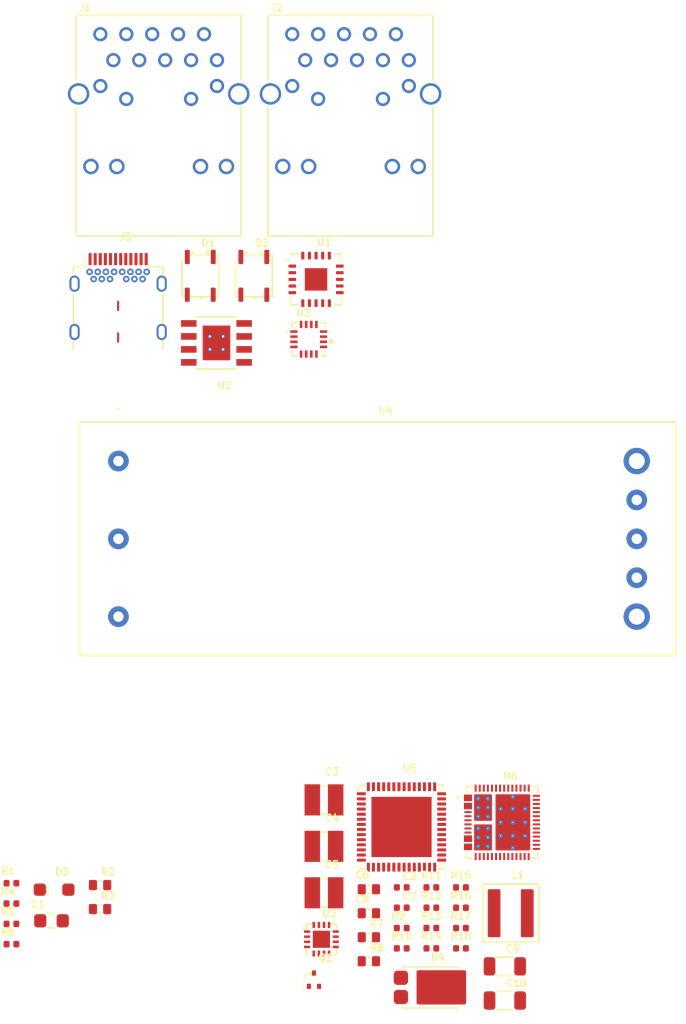
<source format=kicad_pcb>
(kicad_pcb (version 20221018) (generator pcbnew)
  (layers (0 "F.Cu" signal) (31 "B.Cu" signal) (34 "B.Paste" user) (35 "F.Paste" user) (36 "B.SilkS" user "B.Silkscreen") (37 "F.SilkS" user "F.Silkscreen") (38 "B.Mask" user) (39 "F.Mask" user) (44 "Edge.Cuts" user))
  (net 0 "")
  (net 1 "/VSS")
  (net 2 "/VDD")
  (net 3 "/POE.VC1")
  (net 4 "/POE.VC2")
  (net 5 "Net-(U1-DEN)")
  (net 6 "/POE.VC4")
  (net 7 "/POE.VC3")
  (net 8 "/P1")
  (net 9 "/P2")
  (net 10 "/P3")
  (net 11 "/P4")
  (net 12 "/P5")
  (net 13 "/P6")
  (net 14 "/P7")
  (net 15 "/P8")
  (net 16 "/P9")
  (net 17 "/P10")
  (net 22 "Net-(J1-SHIELD-Pad19)")
  (net 31 "Net-(J2-SHIELD-Pad19)")
  (net 32 "Net-(J3-GND-PadA1)")
  (net 35 "VBUS")
  (net 36 "/CC1")
  (net 44 "/CC2")
  (net 51 "/CLSA")
  (net 52 "/CLSB")
  (net 53 "Net-(U1-AMPS_CTL)")
  (net 54 "Net-(U1-MPS_DUTY)")
  (net 55 "Net-(U1-REF)")
  (net 56 "GND")
  (net 57 "Net-(U4-TRIM)")
  (net 58 "Net-(U2-EN)")
  (net 59 "Net-(U2-SS)")
  (net 61 "Net-(D4-C)")
  (net 62 "Net-(U2-BOOT)")
  (net 63 "Net-(C10-Pad2)")
  (net 72 "Net-(Q1-G)")
  (net 73 "GNDD")
  (net 74 "Net-(Q1-D)")
  (net 75 "Net-(U2-RT)")
  (net 76 "Net-(U1-PG)")
  (net 77 "Net-(U2-FB)")
  (net 78 "Net-(R14-Pad1)")
  (net 79 "Net-(R15-Pad1)")
  (net 96 "Net-(R16-Pad1)")
  (net 97 "Net-(R17-Pad1)")
  (net 116 "Net-(U5-V_{CORE}-Pad2)")
  (net 130 "Net-(U5-V_{CCIO}-Pad16)")
  (net 135 "Net-(U5-GND-Pad21)")
  (net 170 "Net-(U6C-DRAIN2-Pad52)")
  (net 171 "Net-(U6B-DRAIN1-Pad15)")
  (net 179 "Net-(U6A-GND-Pad20)")
  (footprint "antmicro-footprints:R_0402_1005Metric" (layer "F.Cu") (at 100.715 137.2)
    (fp_text reference "R6" (at -1.122484 -0.772697) (layer "F.SilkS") (effects (font (size 0.7 0.7)) (justify left bottom)))
    (fp_text value "R_49k9_0402")
    (pad "1" smd roundrect (at -0.48 0) (size 0.59 0.64) (layers "F.Cu" "F.Paste" "F.Mask") (net 1 "/VSS"))
    (pad "2" smd roundrect (at 0.48 0) (size 0.59 0.64) (layers "F.Cu" "F.Paste" "F.Mask") (net 55 "Net-(U1-REF)"))
  )
  (footprint "antmicro-footprints:L_MPS-MPL-AL5050" (layer "F.Cu") (at 149.645 134.169)
    (fp_text reference "L1" (at 0.01 -3.33) (layer "F.SilkS") (effects (font (size 0.7 0.7)) (justify left bottom)))
    (fp_text value "L_6u8_6.1A_MPS-MPL-AL5050")
    (pad "1" smd roundrect (at -1.625 0) (size 1.25 4.7) (layers "F.Cu" "F.Paste" "F.Mask") (roundrect_rratio 0.1) (net 61 "Net-(D4-C)"))
    (pad "2" smd roundrect (at 1.625 0) (size 1.25 4.7) (layers "F.Cu" "F.Paste" "F.Mask") (roundrect_rratio 0.1) (net 63 "Net-(C10-Pad2)"))
  )
  (footprint "antmicro-footprints:R_0402_1005Metric" (layer "F.Cu") (at 144.77 137.609)
    (fp_text reference "R18" (at -1.122484 -0.772697) (layer "F.SilkS") (effects (font (size 0.7 0.7)) (justify left bottom)))
    (fp_text value "R_17k4_0402")
    (pad "1" smd roundrect (at -0.48 0) (size 0.59 0.64) (layers "F.Cu" "F.Paste" "F.Mask") (net 56 "GND"))
    (pad "2" smd roundrect (at 0.48 0) (size 0.59 0.64) (layers "F.Cu" "F.Paste" "F.Mask") (net 97 "Net-(R17-Pad1)"))
  )
  (footprint "antmicro-footprints:R_0603_1608Metric" (layer "F.Cu") (at 135.745 136.519)
    (fp_text reference "R7" (at 0 -0.9) (layer "F.SilkS") (effects (font (size 0.7 0.7)) (justify left bottom)))
    (fp_text value "R_0R_0603")
    (pad "1" smd roundrect (at -0.7 0) (size 0.8 1) (layers "F.Cu" "F.Paste" "F.Mask") (roundrect_rratio 0.2) (net 58 "Net-(U2-EN)"))
    (pad "2" smd roundrect (at 0.7 0) (size 0.8 1) (layers "F.Cu" "F.Paste" "F.Mask") (roundrect_rratio 0.2) (net 57 "Net-(U4-TRIM)"))
  )
  (footprint "antmicro-footprints:R_0402_1005Metric" (layer "F.Cu") (at 144.77 133.629)
    (fp_text reference "R16" (at -1.122484 -0.772697) (layer "F.SilkS") (effects (font (size 0.7 0.7)) (justify left bottom)))
    (fp_text value "R_2k7_0402")
    (pad "1" smd roundrect (at -0.48 0) (size 0.59 0.64) (layers "F.Cu" "F.Paste" "F.Mask") (net 96 "Net-(R16-Pad1)"))
    (pad "2" smd roundrect (at 0.48 0) (size 0.59 0.64) (layers "F.Cu" "F.Paste" "F.Mask") (net 79 "Net-(R15-Pad1)"))
  )
  (footprint "antmicro-footprints:R_0603_1608Metric" (layer "F.Cu") (at 109.4 131.41)
    (fp_text reference "R2" (at 0 -0.9) (layer "F.SilkS") (effects (font (size 0.7 0.7)) (justify left bottom)))
    (fp_text value "R_63R4_0603")
    (pad "1" smd roundrect (at -0.7 0) (size 0.8 1) (layers "F.Cu" "F.Paste" "F.Mask") (roundrect_rratio 0.2) (net 1 "/VSS"))
    (pad "2" smd roundrect (at 0.7 0) (size 0.8 1) (layers "F.Cu" "F.Paste" "F.Mask") (roundrect_rratio 0.2) (net 51 "/CLSA"))
  )
  (footprint "antmicro-footprints:SOIC-8-1EP_3.9x4.9x1.75mm_P1.27mm_EP_vias" (layer "F.Cu") (at 120.81 78.31)
    (fp_text reference "U2" (at 0 4.58 unlocked) (layer "F.SilkS") (effects (font (size 0.7 0.7)) (justify left bottom)))
    (fp_text value "LV14540DDAR")
    (pad "1" smd rect (at -2.715 -1.905 90) (size 0.65 1.525) (layers "F.Cu" "F.Paste" "F.Mask") (net 62 "Net-(U2-BOOT)"))
    (pad "2" smd rect (at -2.715 -0.635 90) (size 0.65 1.525) (layers "F.Cu" "F.Paste" "F.Mask") (net 58 "Net-(U2-EN)"))
    (pad "3" smd rect (at -2.715 0.635 90) (size 0.65 1.525) (layers "F.Cu" "F.Paste" "F.Mask") (net 58 "Net-(U2-EN)"))
    (pad "4" smd rect (at -2.715 1.905 90) (size 0.65 1.525) (layers "F.Cu" "F.Paste" "F.Mask") (net 75 "Net-(U2-RT)"))
    (pad "5" smd rect (at 2.71 1.905 90) (size 0.65 1.525) (layers "F.Cu" "F.Paste" "F.Mask") (net 77 "Net-(U2-FB)"))
    (pad "6" smd rect (at 2.71 0.635 90) (size 0.65 1.525) (layers "F.Cu" "F.Paste" "F.Mask") (net 59 "Net-(U2-SS)"))
    (pad "7" smd rect (at 2.71 -0.635 90) (size 0.65 1.525) (layers "F.Cu" "F.Paste" "F.Mask") (net 56 "GND"))
    (pad "8" smd rect (at 2.71 -1.905 90) (size 0.65 1.525) (layers "F.Cu" "F.Paste" "F.Mask") (net 61 "Net-(D4-C)"))
    (pad "9" thru_hole circle (at -0.65 -0.635) (size 0.4 0.4) (drill 0.2) (layers "*.Cu" "*.Mask") (net 56 "GND"))
    (pad "9" thru_hole circle (at -0.65 0.635) (size 0.4 0.4) (drill 0.2) (layers "*.Cu" "*.Mask") (net 56 "GND"))
    (pad "9" smd rect (at 0 0) (size 2.71 3.4) (layers "F.Cu" "F.Paste" "F.Mask") (net 56 "GND"))
    (pad "9" thru_hole circle (at 0.65 -0.635) (size 0.4 0.4) (drill 0.2) (layers "*.Cu" "*.Mask") (net 56 "GND"))
    (pad "9" thru_hole circle (at 0.65 0.635) (size 0.4 0.4) (drill 0.2) (layers "*.Cu" "*.Mask") (net 56 "GND"))
  )
  (footprint "antmicro-footprints:R_0402_1005Metric" (layer "F.Cu") (at 141.87 133.629)
    (fp_text reference "R12" (at -1.122484 -0.772697) (layer "F.SilkS") (effects (font (size 0.7 0.7)) (justify left bottom)))
    (fp_text value "R_10k_0402")
    (pad "1" smd roundrect (at -0.48 0) (size 0.59 0.64) (layers "F.Cu" "F.Paste" "F.Mask") (net 72 "Net-(Q1-G)"))
    (pad "2" smd roundrect (at 0.48 0) (size 0.59 0.64) (layers "F.Cu" "F.Paste" "F.Mask") (net 76 "Net-(U1-PG)"))
  )
  (footprint "antmicro-footprints:C_0402_1005Metric" (layer "F.Cu") (at 138.97 131.639)
    (fp_text reference "C2" (at 0 -0.699) (layer "F.SilkS") (effects (font (size 0.7 0.7)) (justify left bottom)))
    (fp_text value "C_10n_50V_X7R_0402")
    (pad "1" smd roundrect (at -0.48 0) (size 0.59 0.64) (layers "F.Cu" "F.Paste" "F.Mask") (net 56 "GND"))
    (pad "2" smd roundrect (at 0.48 0) (size 0.59 0.64) (layers "F.Cu" "F.Paste" "F.Mask") (net 57 "Net-(U4-TRIM)"))
  )
  (footprint "antmicro-footprints:R_0402_1005Metric" (layer "F.Cu") (at 100.715 131.23)
    (fp_text reference "R1" (at -1.122484 -0.772697) (layer "F.SilkS") (effects (font (size 0.7 0.7)) (justify left bottom)))
    (fp_text value "R_24k9_0402")
    (pad "1" smd roundrect (at -0.48 0) (size 0.59 0.64) (layers "F.Cu" "F.Paste" "F.Mask") (net 2 "/VDD"))
    (pad "2" smd roundrect (at 0.48 0) (size 0.59 0.64) (layers "F.Cu" "F.Paste" "F.Mask") (net 5 "Net-(U1-DEN)"))
  )
  (footprint "antmicro-footprints:IC_TPS65987DDHRSHR" (layer "F.Cu") (at 148.809031 125.269)
    (fp_text reference "U6" (at 0 -4.1) (layer "F.SilkS") (effects (font (size 0.7 0.7)) (justify left bottom)))
    (fp_text value "TPS65988DHRSHR")
    (pad "1" smd roundrect (at -3.351 -2.4) (size 0.8 0.65) (layers "F.Cu") (roundrect_rratio 0.09))
    (pad "3" smd roundrect (at -3.351 -1.601) (size 0.8 0.65) (layers "F.Cu") (roundrect_rratio 0.09))
    (pad "5" smd roundrect (at -3.351 -1) (size 0.7 0.2) (layers "F.Cu" "F.Paste" "F.Mask"))
    (pad "6" smd roundrect (at -3.351 -0.6) (size 0.7 0.2) (layers "F.Cu" "F.Paste" "F.Mask"))
    (pad "7" smd roundrect (at -3.351 -0.202) (size 0.7 0.2) (layers "F.Cu" "F.Paste" "F.Mask") (net 170 "Net-(U6C-DRAIN2-Pad52)"))
    (pad "8" smd roundrect (at -3.351 0.2) (size 0.7 0.2) (layers "F.Cu" "F.Paste" "F.Mask") (net 171 "Net-(U6B-DRAIN1-Pad15)"))
    (pad "9" smd roundrect (at -3.351 0.598) (size 0.7 0.2) (layers "F.Cu" "F.Paste" "F.Mask"))
    (pad "10" smd roundrect (at -3.351 0.998) (size 0.7 0.2) (layers "F.Cu" "F.Paste" "F.Mask"))
    (pad "11" smd roundrect (at -3.351 1.6) (size 0.8 0.65) (layers "F.Cu") (roundrect_rratio 0.09))
    (pad "13" smd roundrect (at -3.351 2.398) (size 0.8 0.65) (layers "F.Cu") (roundrect_rratio 0.09))
    (pad "15" smd roundrect (at -2.601 3.35 90) (size 0.7 0.2) (layers "F.Cu" "F.Paste" "F.Mask") (net 171 "Net-(U6B-DRAIN1-Pad15)"))
    (pad "16" smd roundrect (at -2.202 3.35 90) (size 0.7 0.2) (layers "F.Cu" "F.Paste" "F.Mask"))
    (pad "17" smd roundrect (at -1.801 3.35 90) (size 0.7 0.2) (layers "F.Cu" "F.Paste" "F.Mask"))
    (pad "18" smd roundrect (at -1.401 3.35 90) (size 0.7 0.2) (layers "F.Cu" "F.Paste" "F.Mask"))
    (pad "19" smd roundrect (at -1 3.35 90) (size 0.7 0.2) (layers "F.Cu" "F.Paste" "F.Mask") (net 171 "Net-(U6B-DRAIN1-Pad15)"))
    (pad "20" smd roundrect (at -0.6 3.35 90) (size 0.7 0.2) (layers "F.Cu" "F.Paste" "F.Mask") (net 179 "Net-(U6A-GND-Pad20)"))
    (pad "21" smd roundrect (at -0.202 3.35 90) (size 0.7 0.2) (layers "F.Cu" "F.Paste" "F.Mask"))
    (pad "22" smd roundrect (at 0.2 3.35 90) (size 0.7 0.2) (layers "F.Cu" "F.Paste" "F.Mask"))
    (pad "23" smd roundrect (at 0.598 3.35 90) (size 0.7 0.2) (layers "F.Cu" "F.Paste" "F.Mask"))
    (pad "24" smd roundrect (at 0.998 3.35 90) (size 0.7 0.2) (layers "F.Cu" "F.Paste" "F.Mask"))
    (pad "25" smd roundrect (at 1.398 3.35 90) (size 0.7 0.2) (layers "F.Cu" "F.Paste" "F.Mask"))
    (pad "26" smd roundrect (at 1.8 3.35 90) (size 0.7 0.2) (layers "F.Cu" "F.Paste" "F.Mask"))
    (pad "27" smd roundrect (at 2.2 3.35 90) (size 0.7 0.2) (layers "F.Cu" "F.Paste" "F.Mask"))
    (pad "28" smd roundrect (at 2.6 3.35 90) (size 0.7 0.2) (layers "F.Cu" "F.Paste" "F.Mask"))
    (pad "29" smd roundrect (at 3.35 2.6) (size 0.7 0.2) (layers "F.Cu" "F.Paste" "F.Mask"))
    (pad "30" smd roundrect (at 3.35 2.2) (size 0.7 0.2) (layers "F.Cu" "F.Paste" "F.Mask"))
    (pad "31" smd roundrect (at 3.35 1.8) (size 0.7 0.2) (layers "F.Cu" "F.Paste" "F.Mask"))
    (pad "32" smd roundrect (at 3.35 1.398) (size 0.7 0.2) (layers "F.Cu" "F.Paste" "F.Mask"))
    (pad "33" smd roundrect (at 3.35 0.998) (size 0.7 0.2) (layers "F.Cu" "F.Paste" "F.Mask"))
    (pad "34" smd roundrect (at 3.35 0.598) (size 0.7 0.2) (layers "F.Cu" "F.Paste" "F.Mask"))
    (pad "35" smd roundrect (at 3.35 0.2) (size 0.7 0.2) (layers "F.Cu" "F.Paste" "F.Mask"))
    (pad "36" smd roundrect (at 3.35 -0.202) (size 0.7 0.2) (layers "F.Cu" "F.Paste" "F.Mask"))
    (pad "37" smd roundrect (at 3.35 -0.6) (size 0.7 0.2) (layers "F.Cu" "F.Paste" "F.Mask"))
    (pad "38" smd roundrect (at 3.35 -1) (size 0.7 0.2) (layers "F.Cu" "F.Paste" "F.Mask"))
    (pad "39" smd roundrect (at 3.35 -1.401) (size 0.7 0.2) (layers "F.Cu" "F.Paste" "F.Mask"))
    (pad "40" smd roundrect (at 3.35 -1.801) (size 0.7 0.2) (layers "F.Cu" "F.Paste" "F.Mask"))
    (pad "41" smd roundrect (at 3.35 -2.202) (size 0.7 0.2) (layers "F.Cu" "F.Paste" "F.Mask"))
    (pad "42" smd roundrect (at 3.35 -2.601) (size 0.7 0.2) (layers "F.Cu" "F.Paste" "F.Mask"))
    (pad "43" smd roundrect (at 2.6 -3.351 90) (size 0.7 0.2) (layers "F.Cu" "F.Paste" "F.Mask"))
    (pad "44" smd roundrect (at 2.2 -3.351 90) (size 0.7 0.2) (layers "F.Cu" "F.Paste" "F.Mask"))
    (pad "45" smd roundrect (at 1.8 -3.351 90) (size 0.7 0.2) (layers "F.Cu" "F.Paste" "F.Mask"))
    (pad "46" smd roundrect (at 1.398 -3.351 90) (size 0.7 0.2) (layers "F.Cu" "F.Paste" "F.Mask"))
    (pad "47" smd roundrect (at 0.998 -3.351 90) (size 0.7 0.2) (layers "F.Cu" "F.Paste" "F.Mask"))
    (pad "48" smd roundrect (at 0.598 -3.351 90) (size 0.7 0.2) (layers "F.Cu" "F.Paste" "F.Mask"))
    (pad "49" smd roundrect (at 0.2 -3.351 90) (size 0.7 0.2) (layers "F.Cu" "F.Paste" "F.Mask"))
    (pad "50" smd roundrect (at -0.202 -3.351 90) (size 0.7 0.2) (layers "F.Cu" "F.Paste" "F.Mask"))
    (pad "51" smd roundrect (at -0.6 -3.351 90) (size 0.7 0.2) (layers "F.Cu" "F.Paste" "F.Mask") (net 179 "Net-(U6A-GND-Pad20)"))
    (pad "52" smd roundrect (at -1 -3.351 90) (size 0.7 0.2) (layers "F.Cu" "F.Paste" "F.Mask") (net 170 "Net-(U6C-DRAIN2-Pad52)"))
    (pad "53" smd roundrect (at -1.401 -3.351 90) (size 0.7 0.2) (layers "F.Cu" "F.Paste" "F.Mask"))
    (pad "54" smd roundrect (at -1.801 -3.351 90) (size 0.7 0.2) (layers "F.Cu" "F.Paste" "F.Mask"))
    (pad "55" smd roundrect (at -2.202 -3.351 90) (size 0.7 0.2) (layers "F.Cu" "F.Paste" "F.Mask"))
    (pad "56" smd roundrect (at -2.601 -3.351 90) (size 0.7 0.2) (layers "F.Cu" "F.Paste" "F.Mask") (net 170 "Net-(U6C-DRAIN2-Pad52)"))
    (pad "57" thru_hole circle (at -2.351 -2.327) (size 0.45 0.45) (drill 0.1) (layers "*.Cu") (net 170 "Net-(U6C-DRAIN2-Pad52)"))
    (pad "57" thru_hole circle (at -2.351 -1.45) (size 0.45 0.45) (drill 0.1) (layers "*.Cu") (net 170 "Net-(U6C-DRAIN2-Pad52)"))
    (pad "57" thru_hole circle (at -2.351 -0.576) (size 0.45 0.45) (drill 0.1) (layers "*.Cu") (net 170 "Net-(U6C-DRAIN2-Pad52)"))
    (pad "57" smd roundrect (at -1.875 -1.45 90) (size 2.6 1.75) (layers "F.Cu" "F.Mask") (roundrect_rratio 0.05714285714) (net 170 "Net-(U6C-DRAIN2-Pad52)"))
    (pad "57" thru_hole circle (at -1.401 -2.327) (size 0.45 0.45) (drill 0.1) (layers "*.Cu") (net 170 "Net-(U6C-DRAIN2-Pad52)"))
    (pad "57" thru_hole circle (at -1.401 -1.45) (size 0.45 0.45) (drill 0.1) (layers "*.Cu") (net 170 "Net-(U6C-DRAIN2-Pad52)"))
    (pad "57" thru_hole circle (at -1.401 -0.577) (size 0.45 0.45) (drill 0.1) (layers "*.Cu") (net 170 "Net-(U6C-DRAIN2-Pad52)"))
    (pad "58" thru_hole circle (at -2.351 0.598) (size 0.45 0.45) (drill 0.1) (layers "*.Cu") (net 171 "Net-(U6B-DRAIN1-Pad15)"))
    (pad "58" thru_hole circle (at -2.351 1.475) (size 0.45 0.45) (drill 0.1) (layers "*.Cu") (net 171 "Net-(U6B-DRAIN1-Pad15)"))
    (pad "58" thru_hole circle (at -2.351 2.35) (size 0.45 0.45) (drill 0.1) (layers "*.Cu") (net 171 "Net-(U6B-DRAIN1-Pad15)"))
    (pad "58" smd roundrect (at -1.875 1.475 90) (size 2.55 1.75) (layers "F.Cu" "F.Mask") (roundrect_rratio 0.05714285714) (net 171 "Net-(U6B-DRAIN1-Pad15)"))
    (pad "58" thru_hole circle (at -1.401 0.598) (size 0.45 0.45) (drill 0.1) (layers "*.Cu") (net 171 "Net-(U6B-DRAIN1-Pad15)"))
    (pad "58" thru_hole circle (at -1.401 1.475) (size 0.45 0.45) (drill 0.1) (layers "*.Cu") (net 171 "Net-(U6B-DRAIN1-Pad15)"))
    (pad "58" thru_hole circle (at -1.401 2.349) (size 0.45 0.45) (drill 0.1) (layers "*.Cu") (net 171 "Net-(U6B-DRAIN1-Pad15)"))
    (pad "59" thru_hole circle (at -0.152 1.322) (size 0.45 0.45) (drill 0.1) (layers "*.Cu"))
    (pad "59" thru_hole circle (at -0.15 -1.321) (size 0.45 0.45) (drill 0.1) (layers "*.Cu"))
    (pad "59" thru_hole circle (at -0.15 0) (size 0.45 0.45) (drill 0.1) (layers "*.Cu"))
    (pad "59" thru_hole circle (at 1.048 -2.504) (size 0.45 0.45) (drill 0.1) (layers "*.Cu"))
    (pad "59" thru_hole circle (at 1.048 -1.327) (size 0.45 0.45) (drill 0.1) (layers "*.Cu"))
    (pad "59" thru_hole circle (at 1.048 1.322) (size 0.45 0.45) (drill 0.1) (layers "*.Cu"))
    (pad "59" thru_hole circle (at 1.048 2.496) (size 0.45 0.45) (drill 0.1) (layers "*.Cu"))
    (pad "59" thru_hole circle (at 1.05 0) (size 0.45 0.45) (drill 0.1) (layers "*.Cu"))
    (pad "59" smd roundrect (at 1.05 0 90) (size 5.5 3.4) (layers "F.Cu" "F.Mask") (roundrect_rratio 0.02941176471))
    (pad "59" thru_hole circle (at 2.248 -1.327) (size 0.45 0.45) (drill 0.1) (layers "*.Cu"))
    (pad "59" thru_hole circle (at 2.248 -0.001) (size 0.45 0.45) (drill 0.1) (layers "*.Cu"))
    (pad "59" thru_hole circle (at 2.248 1.322) (size 0.45 0.45) (drill 0.1) (layers "*.Cu"))
  )
  (footprint "antmicro-footprints:R_0603_1608Metric" (layer "F.Cu") (at 109.4 133.76)
    (fp_text reference "R3" (at 0 -0.9) (layer "F.SilkS") (effects (font (size 0.7 0.7)) (justify left bottom)))
    (fp_text value "R_90R9_0603")
    (pad "1" smd roundrect (at -0.7 0) (size 0.8 1) (layers "F.Cu" "F.Paste" "F.Mask") (roundrect_rratio 0.2) (net 1 "/VSS"))
    (pad "2" smd roundrect (at 0.7 0) (size 0.8 1) (layers "F.Cu" "F.Paste" "F.Mask") (roundrect_rratio 0.2) (net 52 "/CLSB"))
  )
  (footprint "antmicro-footprints:VQFN-16-1EP_3x3mm_P0.5mm_EP1.68x1.68mm" (layer "F.Cu") (at 131.095 136.719)
    (fp_text reference "U3" (at 0 -2.1) (layer "F.SilkS") (effects (font (size 0.7 0.7)) (justify left bottom)))
    (fp_text value "INA230AIRGTR")
    (pad "1" smd roundrect (at -1.4 -0.75) (size 0.6 0.25) (layers "F.Cu" "F.Paste" "F.Mask") (roundrect_rratio 0.2))
    (pad "2" smd roundrect (at -1.4 -0.25) (size 0.6 0.25) (layers "F.Cu" "F.Paste" "F.Mask") (roundrect_rratio 0.2))
    (pad "3" smd roundrect (at -1.4 0.25) (size 0.6 0.25) (layers "F.Cu" "F.Paste" "F.Mask") (roundrect_rratio 0.2))
    (pad "4" smd roundrect (at -1.4 0.75) (size 0.6 0.25) (layers "F.Cu" "F.Paste" "F.Mask") (roundrect_rratio 0.2))
    (pad "5" smd roundrect (at -0.75 1.4 90) (size 0.6 0.25) (layers "F.Cu" "F.Paste" "F.Mask") (roundrect_rratio 0.2))
    (pad "6" smd roundrect (at -0.25 1.4 90) (size 0.6 0.25) (layers "F.Cu" "F.Paste" "F.Mask") (roundrect_rratio 0.2))
    (pad "7" smd roundrect (at 0.25 1.4 90) (size 0.6 0.25) (layers "F.Cu" "F.Paste" "F.Mask") (roundrect_rratio 0.2))
    (pad "8" smd roundrect (at 0.75 1.4 90) (size 0.6 0.25) (layers "F.Cu" "F.Paste" "F.Mask") (roundrect_rratio 0.2))
    (pad "9" smd roundrect (at 1.4 0.75 180) (size 0.6 0.25) (layers "F.Cu" "F.Paste" "F.Mask") (roundrect_rratio 0.2))
    (pad "10" smd roundrect (at 1.4 0.25 180) (size 0.6 0.25) (layers "F.Cu" "F.Paste" "F.Mask") (roundrect_rratio 0.2))
    (pad "11" smd roundrect (at 1.4 -0.25 180) (size 0.6 0.25) (layers "F.Cu" "F.Paste" "F.Mask") (roundrect_rratio 0.2))
    (pad "12" smd roundrect (at 1.4 -0.75 180) (size 0.6 0.25) (layers "F.Cu" "F.Paste" "F.Mask") (roundrect_rratio 0.2))
    (pad "13" smd roundrect (at 0.75 -1.4 270) (size 0.6 0.25) (layers "F.Cu" "F.Paste" "F.Mask") (roundrect_rratio 0.2))
    (pad "14" smd roundrect (at 0.25 -1.4 270) (size 0.6 0.25) (layers "F.Cu" "F.Paste" "F.Mask") (roundrect_rratio 0.2))
    (pad "15" smd roundrect (at -0.25 -1.4 270) (size 0.6 0.25) (layers "F.Cu" "F.Paste" "F.Mask") (roundrect_rratio 0.2))
    (pad "16" smd roundrect (at -0.75 -1.4 270) (size 0.6 0.25) (layers "F.Cu" "F.Paste" "F.Mask") (roundrect_rratio 0.2))
    (pad "17" smd roundrect (at 0 0) (size 1.68 1.68) (layers "F.Cu" "F.Paste" "F.Mask") (roundrect_rratio 0.02976190476))
  )
  (footprint "antmicro-footprints:R_0402_1005Metric" (layer "F.Cu") (at 144.77 135.619)
    (fp_text reference "R17" (at -1.122484 -0.772697) (layer "F.SilkS") (effects (font (size 0.7 0.7)) (justify left bottom)))
    (fp_text value "R_4k7_0402")
    (pad "1" smd roundrect (at -0.48 0) (size 0.59 0.64) (layers "F.Cu" "F.Paste" "F.Mask") (net 97 "Net-(R17-Pad1)"))
    (pad "2" smd roundrect (at 0.48 0) (size 0.59 0.64) (layers "F.Cu" "F.Paste" "F.Mask") (net 96 "Net-(R16-Pad1)"))
  )
  (footprint "antmicro-footprints:R_0402_1005Metric" (layer "F.Cu") (at 141.87 137.609)
    (fp_text reference "R14" (at -1.122484 -0.772697) (layer "F.SilkS") (effects (font (size 0.7 0.7)) (justify left bottom)))
    (fp_text value "R_7k68_0402")
    (pad "1" smd roundrect (at -0.48 0) (size 0.59 0.64) (layers "F.Cu" "F.Paste" "F.Mask") (net 78 "Net-(R14-Pad1)"))
    (pad "2" smd roundrect (at 0.48 0) (size 0.59 0.64) (layers "F.Cu" "F.Paste" "F.Mask") (net 77 "Net-(U2-FB)"))
  )
  (footprint "antmicro-footprints:C_1206_3216Metric" (layer "F.Cu") (at 149.07 142.719)
    (fp_text reference "C10" (at 0 -1.299) (layer "F.SilkS") (effects (font (size 0.7 0.7)) (justify left bottom)))
    (fp_text value "C_47u_25V_1206")
    (pad "1" smd roundrect (at -1.5 0.001) (size 1.15 1.8) (layers "F.Cu" "F.Paste" "F.Mask") (net 56 "GND"))
    (pad "2" smd roundrect (at 1.5 0.001) (size 1.15 1.8) (layers "F.Cu" "F.Paste" "F.Mask") (net 63 "Net-(C10-Pad2)"))
  )
  (footprint "antmicro-footprints:DFN3538" (layer "F.Cu") (at 124.47 71.74)
    (fp_text reference "D2" (at 0 -2.8 unlocked) (layer "F.SilkS") (effects (font (size 0.7 0.7)) (justify left bottom)))
    (fp_text value "CD-MMBL110S")
    (fp_text user "~" (at -0.31 2.59 unlocked) (layer "F.SilkS") (effects (font (size 0.7 0.7)) (justify left bottom)))
    (pad "1" smd roundrect (at -1.27 -1.85 90) (size 1.4 0.48) (layers "F.Cu" "F.Paste" "F.Mask") (net 1 "/VSS"))
    (pad "2" smd roundrect (at 1.27 -1.85 90) (size 1.4 0.48) (layers "F.Cu" "F.Paste" "F.Mask") (net 2 "/VDD"))
    (pad "3" smd roundrect (at -1.27 1.85 90) (size 1.4 0.48) (layers "F.Cu" "F.Paste" "F.Mask") (net 6 "/POE.VC4"))
    (pad "4" smd roundrect (at 1.27 1.85 90) (size 1.4 0.48) (layers "F.Cu" "F.Paste" "F.Mask") (net 7 "/POE.VC3"))
  )
  (footprint "antmicro-footprints:C_1210_3225Metric" (layer "F.Cu") (at 131.345 132.169)
    (fp_text reference "C5" (at 0 -2.351) (layer "F.SilkS") (effects (font (size 0.7 0.7)) (justify left bottom)))
    (fp_text value "C_2u2_1210")
    (pad "1" smd rect (at -1.145 0) (size 1.52 3.05) (layers "F.Cu" "F.Paste" "F.Mask") (net 56 "GND"))
    (pad "2" smd rect (at 1.145 0) (size 1.52 3.05) (layers "F.Cu" "F.Paste" "F.Mask") (net 58 "Net-(U2-EN)"))
  )
  (footprint "antmicro-footprints:C_0603_1608Metric" (layer "F.Cu") (at 135.745 134.169)
    (fp_text reference "C8" (at -1.42757 -1.000252) (layer "F.SilkS") (effects (font (size 0.7 0.7)) (justify left bottom)))
    (fp_text value "C_100n_100V_X7R_0603")
    (pad "1" smd roundrect (at -0.7 0) (size 0.8 1) (layers "F.Cu" "F.Paste" "F.Mask") (roundrect_rratio 0.2) (net 61 "Net-(D4-C)"))
    (pad "2" smd roundrect (at 0.7 0) (size 0.8 1) (layers "F.Cu" "F.Paste" "F.Mask") (roundrect_rratio 0.2) (net 62 "Net-(U2-BOOT)"))
  )
  (footprint "antmicro-footprints:R_0402_1005Metric" (layer "F.Cu") (at 141.87 131.639)
    (fp_text reference "R11" (at -1.122484 -0.772697) (layer "F.SilkS") (effects (font (size 0.7 0.7)) (justify left bottom)))
    (fp_text value "R_100k_0402")
    (pad "1" smd roundrect (at -0.48 0) (size 0.59 0.64) (layers "F.Cu" "F.Paste" "F.Mask") (net 73 "GNDD"))
    (pad "2" smd roundrect (at 0.48 0) (size 0.59 0.64) (layers "F.Cu" "F.Paste" "F.Mask") (net 72 "Net-(Q1-G)"))
  )
  (footprint "antmicro-footprints:RJ45_X-2337992-8_Horizontal" (layer "F.Cu") (at 128.2341 48.075)
    (fp_text reference "J2" (at -2.2 -2.2) (layer "F.SilkS") (effects (font (size 0.7 0.7)) (justify left bottom)))
    (fp_text value "Bus_RJ45_5-2337992-8")
    (pad "" np_thru_hole circle (at 0 8.9) (size 3.25 3.25) (drill 3.25) (layers "*.Cu" "*.Mask"))
    (pad "" np_thru_hole circle (at 11.429 8.9) (size 3.25 3.25) (drill 3.25) (layers "*.Cu" "*.Mask"))
    (pad "1" thru_hole circle (at 0 0) (size 1.397 1.397) (drill 0.889) (layers "*.Cu" "*.Mask") (net 8 "/P1"))
    (pad "2" thru_hole circle (at 1.269 2.539) (size 1.397 1.397) (drill 0.889) (layers "*.Cu" "*.Mask") (net 9 "/P2"))
    (pad "3" thru_hole circle (at 2.539 0) (size 1.397 1.397) (drill 0.889) (layers "*.Cu" "*.Mask") (net 10 "/P3"))
    (pad "4" thru_hole circle (at 3.809 2.539) (size 1.397 1.397) (drill 0.889) (layers "*.Cu" "*.Mask") (net 11 "/P4"))
    (pad "5" thru_hole circle (at 5.078 0) (size 1.397 1.397) (drill 0.889) (layers "*.Cu" "*.Mask") (net 12 "/P5"))
    (pad "6" thru_hole circle (at 6.349 2.539) (size 1.397 1.397) (drill 0.889) (layers "*.Cu" "*.Mask") (net 13 "/P6"))
    (pad "7" thru_hole circle (at 7.618 0) (size 1.397 1.397) (drill 0.889) (layers "*.Cu" "*.Mask") (net 14 "/P7"))
    (pad "8" thru_hole circle (at 8.89 2.539) (size 1.397 1.397) (drill 0.889) (layers "*.Cu" "*.Mask") (net 15 "/P8"))
    (pad "9" thru_hole circle (at 10.159 0) (size 1.397 1.397) (drill 0.889) (layers "*.Cu" "*.Mask") (net 16 "/P9"))
    (pad "10" thru_hole circle (at 11.429 2.539) (size 1.397 1.397) (drill 0.889) (layers "*.Cu" "*.Mask") (net 17 "/P10"))
    (pad "11" thru_hole circle (at 0 5.078) (size 1.397 1.397) (drill 0.889) (layers "*.Cu" "*.Mask"))
    (pad "12" thru_hole circle (at 2.539 6.339) (size 1.397 1.397) (drill 0.889) (layers "*.Cu" "*.Mask"))
    (pad "13" thru_hole circle (at 8.89 6.339) (size 1.397 1.397) (drill 0.889) (layers "*.Cu" "*.Mask"))
    (pad "14" thru_hole circle (at 11.429 5.07) (size 1.397 1.397) (drill 0.889) (layers "*.Cu" "*.Mask"))
    (pad "15" thru_hole circle (at -0.927 12.958) (size 1.524 1.524) (drill 1.016) (layers "*.Cu" "*.Mask"))
    (pad "16" thru_hole circle (at 1.614 12.958) (size 1.524 1.524) (drill 1.016) (layers "*.Cu" "*.Mask"))
    (pad "17" thru_hole circle (at 9.814 12.958) (size 1.524 1.524) (drill 1.016) (layers "*.Cu" "*.Mask"))
    (pad "18" thru_hole circle (at 12.355 12.958) (size 1.524 1.524) (drill 1.016) (layers "*.Cu" "*.Mask"))
    (pad "19" thru_hole circle (at -2.136 5.85) (size 2.1 2.1) (drill 1.6) (layers "*.Cu" "*.Mask") (net 31 "Net-(J2-SHIELD-Pad19)"))
    (pad "20" thru_hole circle (at 13.563 5.85) (size 2.1082 2.1082) (drill 1.6002) (layers "*.Cu" "*.Mask") (net 31 "Net-(J2-SHIELD-Pad19)"))
  )
  (footprint "antmicro-footprints:C_1210_3225Metric" (layer "F.Cu") (at 131.345 123.069)
    (fp_text reference "C3" (at 0 -2.351) (layer "F.SilkS") (effects (font (size 0.7 0.7)) (justify left bottom)))
    (fp_text value "C_4u7_1210_100V")
    (pad "1" smd rect (at -1.145 0) (size 1.52 3.05) (layers "F.Cu" "F.Paste" "F.Mask") (net 56 "GND"))
    (pad "2" smd rect (at 1.145 0) (size 1.52 3.05) (layers "F.Cu" "F.Paste" "F.Mask") (net 58 "Net-(U2-EN)"))
  )
  (footprint "antmicro-footprints:R_0402_1005Metric" (layer "F.Cu") (at 144.77 131.639)
    (fp_text reference "R15" (at -1.122484 -0.772697) (layer "F.SilkS") (effects (font (size 0.7 0.7)) (justify left bottom)))
    (fp_text value "R_2k7_0402")
    (pad "1" smd roundrect (at -0.48 0) (size 0.59 0.64) (layers "F.Cu" "F.Paste" "F.Mask") (net 79 "Net-(R15-Pad1)"))
    (pad "2" smd roundrect (at 0.48 0) (size 0.59 0.64) (layers "F.Cu" "F.Paste" "F.Mask") (net 78 "Net-(R14-Pad1)"))
  )
  (footprint "antmicro-footprints:QFN-16_3x3mm_P0.5mm" (layer "F.Cu") (at 129.85 77.95)
    (fp_text reference "U3" (at -1.3 -2.15 unlocked) (layer "F.SilkS") (effects (font (size 0.7 0.7)) (justify left bottom)))
    (fp_text value "STUSB4710AQ1TR")
    (pad "1" smd rect (at -1.45 -0.75 90) (size 0.254 0.7112) (layers "F.Cu" "F.Paste" "F.Mask"))
    (pad "2" smd rect (at -1.45 -0.25 90) (size 0.254 0.7112) (layers "F.Cu" "F.Paste" "F.Mask"))
    (pad "3" smd rect (at -1.45 0.25 90) (size 0.254 0.7112) (layers "F.Cu" "F.Paste" "F.Mask"))
    (pad "4" smd rect (at -1.45 0.75 90) (size 0.254 0.7112) (layers "F.Cu" "F.Paste" "F.Mask"))
    (pad "5" smd rect (at -0.75 1.45) (size 0.254 0.7112) (layers "F.Cu" "F.Paste" "F.Mask"))
    (pad "6" smd rect (at -0.25 1.45) (size 0.254 0.7112) (layers "F.Cu" "F.Paste" "F.Mask"))
    (pad "7" smd rect (at 0.25 1.45) (size 0.254 0.7112) (layers "F.Cu" "F.Paste" "F.Mask"))
    (pad "8" smd rect (at 0.75 1.45) (size 0.254 0.7112) (layers "F.Cu" "F.Paste" "F.Mask"))
    (pad "9" smd rect (at 1.45 0.75 90) (size 0.254 0.7112) (layers "F.Cu" "F.Paste" "F.Mask"))
    (pad "10" smd rect (at 1.45 0.25 90) (size 0.254 0.7112) (layers "F.Cu" "F.Paste" "F.Mask"))
    (pad "11" smd rect (at 1.45 -0.25 90) (size 0.254 0.7112) (layers "F.Cu" "F.Paste" "F.Mask"))
    (pad "12" smd rect (at 1.45 -0.75 90) (size 0.254 0.7112) (layers "F.Cu" "F.Paste" "F.Mask"))
    (pad "13" smd rect (at 0.75 -1.45) (size 0.254 0.7112) (layers "F.Cu" "F.Paste" "F.Mask"))
    (pad "14" smd rect (at 0.25 -1.45) (size 0.254 0.7112) (layers "F.Cu" "F.Paste" "F.Mask"))
    (pad "15" smd rect (at -0.25 -1.45) (size 0.254 0.7112) (layers "F.Cu" "F.Paste" "F.Mask"))
    (pad "16" smd rect (at -0.75 -1.45) (size 0.254 0.7112) (layers "F.Cu" "F.Paste" "F.Mask"))
  )
  (footprint "antmicro-footprints:IEA48003A280V-001-R" (layer "F.Cu") (at 111.2 89.88)
    (fp_text reference "U4" (at 25.4 -4.572 unlocked) (layer "F.SilkS") (effects (font (size 0.7 0.7)) (justify left bottom)))
    (fp_text value "IEA48003A280V-001-R")
    (pad "1" thru_hole circle (at 0 0) (size 2.03 2.03) (drill 1.02) (layers "*.Cu" "*.Mask") (net 2 "/VDD"))
    (pad "2" thru_hole circle (at 0 7.62) (size 2.03 2.03) (drill 1.02) (layers "*.Cu" "*.Mask") (net 74 "Net-(Q1-D)"))
    (pad "3" thru_hole circle (at 0 15.24) (size 2.03 2.03) (drill 1.02) (layers "*.Cu" "*.Mask") (net 73 "GNDD"))
    (pad "4" thru_hole circle (at 50.8 15.24) (size 2.59 2.59) (drill 1.57) (layers "*.Cu" "*.Mask") (net 56 "GND"))
    (pad "5" thru_hole circle (at 50.8 11.43) (size 2.03 2.03) (drill 1.02) (layers "*.Cu" "*.Mask") (net 56 "GND"))
    (pad "6" thru_hole circle (at 50.8 7.62) (size 2.03 2.03) (drill 1.02) (layers "*.Cu" "*.Mask") (net 57 "Net-(U4-TRIM)"))
    (pad "7" thru_hole circle (at 50.8 3.81) (size 2.03 2.03) (drill 1.02) (layers "*.Cu" "*.Mask") (net 58 "Net-(U2-EN)"))
    (pad "8" thru_hole circle (at 50.8 0) (size 2.59 2.59) (drill 1.57) (layers "*.Cu" "*.Mask") (net 58 "Net-(U2-EN)"))
  )
  (footprint "antmicro-footprints:DFN3538" (layer "F.Cu") (at 119.22 71.74)
    (fp_text reference "D1" (at 0 -2.8 unlocked) (layer "F.SilkS") (effects (font (size 0.7 0.7)) (justify left bottom)))
    (fp_text value "CD-MMBL110S")
    (fp_text user "~" (at -0.31 2.59 unlocked) (layer "F.SilkS") (effects (font (size 0.7 0.7)) (justify left bottom)))
    (pad "1" smd roundrect (at -1.27 -1.85 90) (size 1.4 0.48) (layers "F.Cu" "F.Paste" "F.Mask") (net 1 "/VSS"))
    (pad "2" smd roundrect (at 1.27 -1.85 90) (size 1.4 0.48) (layers "F.Cu" "F.Paste" "F.Mask") (net 2 "/VDD"))
    (pad "3" smd roundrect (at -1.27 1.85 90) (size 1.4 0.48) (layers "F.Cu" "F.Paste" "F.Mask") (net 3 "/POE.VC1"))
    (pad "4" smd roundrect (at 1.27 1.85 90) (size 1.4 0.48) (layers "F.Cu" "F.Paste" "F.Mask") (net 4 "/POE.VC2"))
  )
  (footprint "antmicro-footprints:USB-C_Receptacle_WE_632723300011" (layer "F.Cu") (at 111.17 75.74)
    (fp_text reference "J3" (at 0.001 -7.398) (layer "F.SilkS") (effects (font (size 0.7 0.7)) (justify left bottom)))
    (fp_text value "USB-C_WE_632723300011")
    (pad "" smd roundrect (at 0 -1.055) (size 0.2 1) (layers "F.Cu" "F.Paste" "F.Mask"))
    (pad "" smd roundrect (at 0 2.045) (size 0.2 1) (layers "F.Cu" "F.Paste" "F.Mask"))
    (pad "A1" smd roundrect (at -2.75 -5.635) (size 0.3 1.2) (layers "F.Cu" "F.Paste" "F.Mask") (net 32 "Net-(J3-GND-PadA1)"))
    (pad "A2" smd roundrect (at -2.25 -5.635) (size 0.3 1.2) (layers "F.Cu" "F.Paste" "F.Mask"))
    (pad "A3" smd roundrect (at -1.75 -5.635) (size 0.3 1.2) (layers "F.Cu" "F.Paste" "F.Mask"))
    (pad "A4" smd roundrect (at -1.25 -5.635) (size 0.3 1.2) (layers "F.Cu" "F.Paste" "F.Mask") (net 35 "VBUS"))
    (pad "A5" smd roundrect (at -0.75 -5.635) (size 0.3 1.2) (layers "F.Cu" "F.Paste" "F.Mask") (net 36 "/CC1"))
    (pad "A6" smd roundrect (at -0.25 -5.635) (size 0.3 1.2) (layers "F.Cu" "F.Paste" "F.Mask"))
    (pad "A7" smd roundrect (at 0.25 -5.635) (size 0.3 1.2) (layers "F.Cu" "F.Paste" "F.Mask"))
    (pad "A8" smd roundrect (at 0.75 -5.635) (size 0.3 1.2) (layers "F.Cu" "F.Paste" "F.Mask"))
    (pad "A9" smd roundrect (at 1.25 -5.635) (size 0.3 1.2) (layers "F.Cu" "F.Paste" "F.Mask") (net 35 "VBUS"))
    (pad "A10" smd roundrect (at 1.75 -5.635) (size 0.3 1.2) (layers "F.Cu" "F.Paste" "F.Mask"))
    (pad "A11" smd roundrect (at 2.25 -5.635) (size 0.3 1.2) (layers "F.Cu" "F.Paste" "F.Mask"))
    (pad "A12" smd roundrect (at 2.75 -5.635) (size 0.3 1.2) (layers "F.Cu" "F.Paste" "F.Mask") (net 32 "Net-(J3-GND-PadA1)"))
    (pad "B1" thru_hole circle (at 2.8 -4.385) (size 0.65 0.65) (drill 0.3) (layers "*.Cu" "*.Mask") (net 32 "Net-(J3-GND-PadA1)"))
    (pad "B2" thru_hole circle (at 2.4 -3.685) (size 0.65 0.65) (drill 0.3) (layers "*.Cu" "*.Mask"))
    (pad "B3" thru_hole circle (at 1.6 -3.685) (size 0.65 0.65) (drill 0.3) (layers "*.Cu" "*.Mask"))
    (pad "B4" thru_hole circle (at 1.2 -4.385) (size 0.65 0.65) (drill 0.3) (layers "*.Cu" "*.Mask") (net 35 "VBUS"))
    (pad "B5" thru_hole circle (at 0.8 -3.685) (size 0.65 0.65) (drill 0.3) (layers "*.Cu" "*.Mask") (net 44 "/CC2"))
    (pad "B6" thru_hole circle (at 0.4 -4.385) (size 0.65 0.65) (drill 0.3) (layers "*.Cu" "*.Mask"))
    (pad "B7" thru_hole circle (at -0.4 -4.385) (size 0.65 0.65) (drill 0.3) (layers "*.Cu" "*.Mask"))
    (pad "B8" thru_hole circle (at -0.8 -3.685) (size 0.65 0.65) (drill 0.3) (layers "*.Cu" "*.Mask"))
    (pad "B9" thru_hole circle (at -1.2 -4.385) (size 0.65 0.65) (drill 0.3) (layers "*.Cu" "*.Mask") (net 35 "VBUS"))
    (pad "B10" thru_hole circle (at -1.6 -3.685) (size 0.65 0.65) (drill 0.3) (layers "*.Cu" "*.Mask"))
    (pad "B11" thru_hole circle (at -2.4 -3.685) (size 0.65 0.65) (drill 0.3) (layers "*.Cu" "*.Mask"))
    (pad "B12" thru_hole circle (at -2.8 -4.385) (size 0.65 0.65) (drill 0.3) (layers "*.Cu" "*.Mask") (net 32 "Net-(J3-GND-PadA1)"))
    (pad "SH" thru_hole oval (at -4.27 -3.235) (size 1 1.6) (drill oval 0.6 1.2) (layers "*.Cu" "*.Mask"))
    (pad "SH" thru_hole oval (at -4.27 1.495) (size 1 1.6) (drill oval 0.6 1.2) (layers "*.Cu" "*.Mask"))
    (pad "SH" thru_hole circle (at -2 -4.385) (size 0.65 0.65) (drill 0.3) (layers "*.Cu" "*.Mask"))
    (pad "SH" thru_hole circle (at 2 -4.385) (size 0.65 0.65) (drill 0.3) (layers "*.Cu" "*.Mask"))
    (pad "SH" thru_hole oval (at 4.27 -3.235) (size 1 1.6) (drill oval 0.6 1.2) (layers "*.Cu" "*.Mask"))
    (pad "SH" thru_hole oval (at 4.27 1.495) (size 1 1.6) (drill oval 0.6 1.2) (layers "*.Cu" "*.Mask"))
  )
  (footprint "antmicro-footprints:SOT-523" (layer "F.Cu") (at 130.365 140.679)
    (fp_text reference "Q1" (at 0.349 -1.726) (layer "F.SilkS") (effects (font (size 0.7 0.7)) (justify left bottom)))
    (fp_text value "PJE138K")
    (pad "1" smd rect (at -0.5 0.65) (size 0.4 0.51) (layers "F.Cu" "F.Paste" "F.Mask") (net 72 "Net-(Q1-G)"))
    (pad "2" smd rect (at 0.498 0.65) (size 0.4 0.51) (layers "F.Cu" "F.Paste" "F.Mask") (net 73 "GNDD"))
    (pad "3" smd rect (at 0 -0.652) (size 0.4 0.51) (layers "F.Cu" "F.Paste" "F.Mask") (net 74 "Net-(Q1-D)"))
  )
  (footprint "antmicro-footprints:QFN-56-1EP_8x8mm_P0.5mm" (layer "F.Cu") (at 138.945 125.719)
    (fp_text reference "U5" (at 0 -5.321) (layer "F.SilkS") (effects (font (size 0.7 0.7)) (justify left bottom)))
    (fp_text value "FT4232H_VQFN")
    (pad "1" smd roundrect (at -3.938 -3.25) (size 0.875 0.3) (layers "F.Cu" "F.Paste" "F.Mask"))
    (pad "2" smd roundrect (at -3.938 -2.75) (size 0.875 0.3) (layers "F.Cu" "F.Paste" "F.Mask") (net 116 "Net-(U5-V_{CORE}-Pad2)"))
    (pad "3" smd roundrect (at -3.938 -2.25) (size 0.875 0.3) (layers "F.Cu" "F.Paste" "F.Mask"))
    (pad "4" smd roundrect (at -3.938 -1.75) (size 0.875 0.3) (layers "F.Cu" "F.Paste" "F.Mask"))
    (pad "5" smd roundrect (at -3.938 -1.25) (size 0.875 0.3) (layers "F.Cu" "F.Paste" "F.Mask"))
    (pad "6" smd roundrect (at -3.938 -0.75) (size 0.875 0.3) (layers "F.Cu" "F.Paste" "F.Mask"))
    (pad "7" smd roundrect (at -3.938 -0.25) (size 0.875 0.3) (layers "F.Cu" "F.Paste" "F.Mask"))
    (pad "8" smd roundrect (at -3.938 0.249) (size 0.875 0.3) (layers "F.Cu" "F.Paste" "F.Mask"))
    (pad "9" smd roundrect (at -3.938 0.749) (size 0.875 0.3) (layers "F.Cu" "F.Paste" "F.Mask"))
    (pad "10" smd roundrect (at -3.938 1.249) (size 0.875 0.3) (layers "F.Cu" "F.Paste" "F.Mask"))
    (pad "11" smd roundrect (at -3.938 1.749) (size 0.875 0.3) (layers "F.Cu" "F.Paste" "F.Mask"))
    (pad "12" smd roundrect (at -3.938 2.249) (size 0.875 0.3) (layers "F.Cu" "F.Paste" "F.Mask"))
    (pad "13" smd roundrect (at -3.938 2.749) (size 0.875 0.3) (layers "F.Cu" "F.Paste" "F.Mask"))
    (pad "14" smd roundrect (at -3.938 3.249) (size 0.875 0.3) (layers "F.Cu" "F.Paste" "F.Mask"))
    (pad "15" smd roundrect (at -3.25 3.937 90) (size 0.875 0.3) (layers "F.Cu" "F.Paste" "F.Mask"))
    (pad "16" smd roundrect (at -2.75 3.937 90) (size 0.875 0.3) (layers "F.Cu" "F.Paste" "F.Mask") (net 130 "Net-(U5-V_{CCIO}-Pad16)"))
    (pad "17" smd roundrect (at -2.25 3.937 90) (size 0.875 0.3) (layers "F.Cu" "F.Paste" "F.Mask"))
    (pad "18" smd roundrect (at -1.75 3.937 90) (size 0.875 0.3) (layers "F.Cu" "F.Paste" "F.Mask"))
    (pad "19" smd roundrect (at -1.25 3.937 90) (size 0.875 0.3) (layers "F.Cu" "F.Paste" "F.Mask"))
    (pad "20" smd roundrect (at -0.75 3.937 90) (size 0.875 0.3) (layers "F.Cu" "F.Paste" "F.Mask"))
    (pad "21" smd roundrect (at -0.25 3.937 90) (size 0.875 0.3) (layers "F.Cu" "F.Paste" "F.Mask") (net 135 "Net-(U5-GND-Pad21)"))
    (pad "22" smd roundrect (at 0.249 3.937 90) (size 0.875 0.3) (layers "F.Cu" "F.Paste" "F.Mask"))
    (pad "23" smd roundrect (at 0.749 3.937 90) (size 0.875 0.3) (layers "F.Cu" "F.Paste" "F.Mask"))
    (pad "24" smd roundrect (at 1.249 3.937 90) (size 0.875 0.3) (layers "F.Cu" "F.Paste" "F.Mask"))
    (pad "25" smd roundrect (at 1.749 3.937 90) (size 0.875 0.3) (layers "F.Cu" "F.Paste" "F.Mask"))
    (pad "26" smd roundrect (at 2.249 3.937 90) (size 0.875 0.3) (layers "F.Cu" "F.Paste" "F.Mask"))
    (pad "27" smd roundrect (at 2.749 3.937 90) (size 0.875 0.3) (layers "F.Cu" "F.Paste" "F.Mask"))
    (pad "28" smd roundrect (at 3.249 3.937 90) (size 0.875 0.3) (layers "F.Cu" "F.Paste" "F.Mask"))
    (pad "29" smd roundrect (at 3.937 3.249) (size 0.875 0.3) (layers "F.Cu" "F.Paste" "F.Mask"))
    (pad "30" smd roundrect (at 3.937 2.749) (size 0.875 0.3) (layers "F.Cu" "F.Paste" "F.Mask"))
    (pad "31" smd roundrect (at 3.937 2.249) (size 0.875 0.3) (layers "F.Cu" "F.Paste" "F.Mask") (net 116 "Net-(U5-V_{CORE}-Pad2)"))
    (pad "32" smd roundrect (at 3.937 1.749) (size 0.875 0.3) (layers "F.Cu" "F.Paste" "F.Mask"))
    (pad "33" smd roundrect (at 3.937 1.249) (size 0.875 0.3) (layers "F.Cu" "F.Paste" "F.Mask"))
    (pad "34" smd roundrect (at 3.937 0.749) (size 0.875 0.3) (layers "F.Cu" "F.Paste" "F.Mask"))
    (pad "35" smd roundrect (at 3.937 0.249) (size 0.875 0.3) (layers "F.Cu" "F.Paste" "F.Mask"))
    (pad "36" smd roundrect (at 3.937 -0.25) (size 0.875 0.3) (layers "F.Cu" "F.Paste" "F.Mask") (net 130 "Net-(U5-V_{CCIO}-Pad16)"))
    (pad "37" smd roundrect (at 3.937 -0.75) (size 0.875 0.3) (layers "F.Cu" "F.Paste" "F.Mask"))
    (pad "38" smd roundrect (at 3.937 -1.25) (size 0.875 0.3) (layers "F.Cu" "F.Paste" "F.Mask"))
    (pad "39" smd roundrect (at 3.937 -1.75) (size 0.875 0.3) (layers "F.Cu" "F.Paste" "F.Mask"))
    (pad "40" smd roundrect (at 3.937 -2.25) (size 0.875 0.3) (layers "F.Cu" "F.Paste" "F.Mask"))
    (pad "41" smd roundrect (at 3.937 -2.75) (size 0.875 0.3) (layers "F.Cu" "F.Paste" "F.Mask") (net 135 "Net-(U5-GND-Pad21)"))
    (pad "42" smd roundrect (at 3.937 -3.25) (size 0.875 0.3) (layers "F.Cu" "F.Paste" "F.Mask"))
    (pad "43" smd roundrect (at 3.249 -3.938 90) (size 0.875 0.3) (layers "F.Cu" "F.Paste" "F.Mask"))
    (pad "44" smd roundrect (at 2.749 -3.938 90) (size 0.875 0.3) (layers "F.Cu" "F.Paste" "F.Mask"))
    (pad "45" smd roundrect (at 2.249 -3.938 90) (size 0.875 0.3) (layers "F.Cu" "F.Paste" "F.Mask") (net 135 "Net-(U5-GND-Pad21)"))
    (pad "46" smd roundrect (at 1.749 -3.938 90) (size 0.875 0.3) (layers "F.Cu" "F.Paste" "F.Mask"))
    (pad "47" smd roundrect (at 1.249 -3.938 90) (size 0.875 0.3) (layers "F.Cu" "F.Paste" "F.Mask"))
    (pad "48" smd roundrect (at 0.749 -3.938 90) (size 0.875 0.3) (layers "F.Cu" "F.Paste" "F.Mask"))
    (pad "49" smd roundrect (at 0.249 -3.938 90) (size 0.875 0.3) (layers "F.Cu" "F.Paste" "F.Mask"))
    (pad "50" smd roundrect (at -0.25 -3.938 90) (size 0.875 0.3) (layers "F.Cu" "F.Paste" "F.Mask") (net 130 "Net-(U5-V_{CCIO}-Pad16)"))
    (pad "51" smd roundrect (at -0.75 -3.938 90) (size 0.875 0.3) (layers "F.Cu" "F.Paste" "F.Mask"))
    (pad "52" smd roundrect (at -1.25 -3.938 90) (size 0.875 0.3) (layers "F.Cu" "F.Paste" "F.Mask"))
    (pad "53" smd roundrect (at -1.75 -3.938 90) (size 0.875 0.3) (layers "F.Cu" "F.Paste" "F.Mask"))
    (pad "54" smd roundrect (at -2.25 -3.938 90) (size 0.875 0.3) (layers "F.Cu" "F.Paste" "F.Mask"))
    (pad "55" smd roundrect (at -2.75 -3.938 90) (size 0.875 0.3) (layers "F.Cu" "F.Paste" "F.Mask"))
    (pad "56" smd roundrect (at -3.25 -3.938 90) (size 0.875 0.3) (layers "F.Cu" "F.Paste" "F.Mask"))
    (pad "57" smd rect (at 0 0) (size 5.9 5.9) (layers "F.Cu" "F.Mask") (net 135 "Net-(U5-GND-Pad21)"))
  )
  (footprint "antmicro-footprints:R_0402_1005Metric" (layer "F.Cu") (at 141.87 135.619)
    (fp_text reference "R13" (at -1.122484 -0.772697) (layer "F.SilkS") (effects (font (size 0.7 0.7)) (justify left bottom)))
    (fp_text value "R_200k_0402")
    (pad "1" smd roundrect (at -0.48 0) (size 0.59 0.64) (layers "F.Cu" "F.Paste" "F.Mask") (net 77 "Net-(U2-FB)"))
    (pad "2" smd roundrect (at 0.48 0) (size 0.59 0.64) (layers "F.Cu" "F.Paste" "F.Mask") (net 63 "Net-(C10-Pad2)"))
  )
  (footprint "antmicro-footprints:R_0402_1005Metric" (layer "F.Cu") (at 138.97 135.619)
    (fp_text reference "R9" (at -1.122484 -0.772697) (layer "F.SilkS") (effects (font (size 0.7 0.7)) (justify left bottom)))
    (fp_text value "R_27k_0402")
    (pad "1" smd roundrect (at -0.48 0) (size 0.59 0.64) (layers "F.Cu" "F.Paste" "F.Mask") (net 56 "GND"))
    (pad "2" smd roundrect (at 0.48 0) (size 0.59 0.64) (layers "F.Cu" "F.Paste" "F.Mask") (net 75 "Net-(U2-RT)"))
  )
  (footprint "antmicro-footprints:RJ45_X-2337992-8_Horizontal" (layer "F.Cu") (at 109.431 48.075)
    (fp_text reference "J1" (at -2.2 -2.2) (layer "F.SilkS") (effects (font (size 0.7 0.7)) (justify left bottom)))
    (fp_text value "Bus_RJ45_5-2337992-8")
    (pad "" np_thru_hole circle (at 0 8.9) (size 3.25 3.25) (drill 3.25) (layers "*.Cu" "*.Mask"))
    (pad "" np_thru_hole circle (at 11.429 8.9) (size 3.25 3.25) (drill 3.25) (layers "*.Cu" "*.Mask"))
    (pad "1" thru_hole circle (at 0 0) (size 1.397 1.397) (drill 0.889) (layers "*.Cu" "*.Mask") (net 8 "/P1"))
    (pad "2" thru_hole circle (at 1.269 2.539) (size 1.397 1.397) (drill 0.889) (layers "*.Cu" "*.Mask") (net 9 "/P2"))
    (pad "3" thru_hole circle (at 2.539 0) (size 1.397 1.397) (drill 0.889) (layers "*.Cu" "*.Mask") (net 10 "/P3"))
    (pad "4" thru_hole circle (at 3.809 2.539) (size 1.397 1.397) (drill 0.889) (layers "*.Cu" "*.Mask") (net 11 "/P4"))
    (pad "5" thru_hole circle (at 5.078 0) (size 1.397 1.397) (drill 0.889) (layers "*.Cu" "*.Mask") (net 12 "/P5"))
    (pad "6" thru_hole circle (at 6.349 2.539) (size 1.397 1.397) (drill 0.889) (layers "*.Cu" "*.Mask") (net 13 "/P6"))
    (pad "7" thru_hole circle (at 7.618 0) (size 1.397 1.397) (drill 0.889) (layers "*.Cu" "*.Mask") (net 14 "/P7"))
    (pad "8" thru_hole circle (at 8.89 2.539) (size 1.397 1.397) (drill 0.889) (layers "*.Cu" "*.Mask") (net 15 "/P8"))
    (pad "9" thru_hole circle (at 10.159 0) (size 1.397 1.397) (drill 0.889) (layers "*.Cu" "*.Mask") (net 16 "/P9"))
    (pad "10" thru_hole circle (at 11.429 2.539) (size 1.397 1.397) (drill 0.889) (layers "*.Cu" "*.Mask") (net 17 "/P10"))
    (pad "11" thru_hole circle (at 0 5.078) (size 1.397 1.397) (drill 0.889) (layers "*.Cu" "*.Mask") (net 3 "/POE.VC1"))
    (pad "12" thru_hole circle (at 2.539 6.339) (size 1.397 1.397) (drill 0.889) (layers "*.Cu" "*.Mask") (net 4 "/POE.VC2"))
    (pad "13" thru_hole circle (at 8.89 6.339) (size 1.397 1.397) (drill 0.889) (layers "*.Cu" "*.Mask") (net 7 "/POE.VC3"))
    (pad "14" thru_hole circle (at 11.429 5.07) (size 1.397 1.397) (drill 0.889) (layers "*.Cu" "*.Mask") (net 6 "/POE.VC4"))
    (pad "15" thru_hole circle (at -0.927 12.958) (size 1.524 1.524) (drill 1.016) (layers "*.Cu" "*.Mask"))
    (pad "16" thru_hole circle (at 1.614 12.958) (size 1.524 1.524) (drill 1.016) (layers "*.Cu" "*.Mask"))
    (pad "17" thru_hole circle (at 9.814 12.958) (size 1.524 1.524) (drill 1.016) (layers "*.Cu" "*.Mask"))
    (pad "18" thru_hole circle (at 12.355 12.958) (size 1.524 1.524) (drill 1.016) (layers "*.Cu" "*.Mask"))
    (pad "19" thru_hole circle (at -2.136 5.85) (size 2.1 2.1) (drill 1.6) (layers "*.Cu" "*.Mask") (net 22 "Net-(J1-SHIELD-Pad19)"))
    (pad "20" thru_hole circle (at 13.563 5.85) (size 2.1082 2.1082) (drill 1.6002) (layers "*.Cu" "*.Mask") (net 22 "Net-(J1-SHIELD-Pad19)"))
  )
  (footprint "antmicro-footprints:C_0805_2012Metric" (layer "F.Cu") (at 104.64 134.91)
    (fp_text reference "C1" (at -2.10551 -1.198678) (layer "F.SilkS") (effects (font (size 0.7 0.7)) (justify left bottom)))
    (fp_text value "C_100n_100V_0805")
    (pad "1" smd roundrect (at -1.1 0) (size 1.2 1.3) (layers "F.Cu" "F.Paste" "F.Mask") (net 1 "/VSS"))
    (pad "2" smd roundrect (at 1.1 0) (size 1.2 1.3) (layers "F.Cu" "F.Paste" "F.Mask") (net 2 "/VDD"))
  )
  (footprint "antmicro-footprints:C_0603_1608Metric" (layer "F.Cu") (at 135.745 131.819)
    (fp_text reference "C6" (at -1.42757 -1.000252) (layer "F.SilkS") (effects (font (size 0.7 0.7)) (justify left bottom)))
    (fp_text value "C_100n_100V_X7R_0603")
    (pad "1" smd roundrect (at -0.7 0) (size 0.8 1) (layers "F.Cu" "F.Paste" "F.Mask") (roundrect_rratio 0.2) (net 56 "GND"))
    (pad "2" smd roundrect (at 0.7 0) (size 0.8 1) (layers "F.Cu" "F.Paste" "F.Mask") (roundrect_rratio 0.2) (net 58 "Net-(U2-EN)"))
  )
  (footprint "antmicro-footprints:R_0402_1005Metric" (layer "F.Cu") (at 100.715 135.21)
    (fp_text reference "R5" (at -1.122484 -0.772697) (layer "F.SilkS") (effects (font (size 0.7 0.7)) (justify left bottom)))
    (fp_text value "R_0R_0402")
    (pad "1" smd roundrect (at -0.48 0) (size 0.59 0.64) (layers "F.Cu" "F.Paste" "F.Mask") (net 54 "Net-(U1-MPS_DUTY)"))
    (pad "2" smd roundrect (at 0.48 0) (size 0.59 0.64) (layers "F.Cu" "F.Paste" "F.Mask") (net 1 "/VSS"))
  )
  (footprint "antmicro-footprints:C_1206_3216Metric" (layer "F.Cu") (at 149.07 139.369)
    (fp_text reference "C9" (at 0 -1.299) (layer "F.SilkS") (effects (font (size 0.7 0.7)) (justify left bottom)))
    (fp_text value "C_47u_25V_1206")
    (pad "1" smd roundrect (at -1.5 0.001) (size 1.15 1.8) (layers "F.Cu" "F.Paste" "F.Mask") (net 56 "GND"))
    (pad "2" smd roundrect (at 1.5 0.001) (size 1.15 1.8) (layers "F.Cu" "F.Paste" "F.Mask") (net 63 "Net-(C10-Pad2)"))
  )
  (footprint "antmicro-footprints:C_1210_3225Metric" (layer "F.Cu") (at 131.345 127.619)
    (fp_text reference "C4" (at 0 -2.351) (layer "F.SilkS") (effects (font (size 0.7 0.7)) (justify left bottom)))
    (fp_text value "C_2u2_1210")
    (pad "1" smd rect (at -1.145 0) (size 1.52 3.05) (layers "F.Cu" "F.Paste" "F.Mask") (net 56 "GND"))
    (pad "2" smd rect (at 1.145 0) (size 1.52 3.05) (layers "F.Cu" "F.Paste" "F.Mask") (net 58 "Net-(U2-EN)"))
  )
  (footprint "antmicro-footprints:PowerDI5" (layer "F.Cu") (at 141.747 141.429)
    (fp_text reference "D4" (at 0 -2.55) (layer "F.SilkS") (effects (font (size 0.7 0.7)) (justify left bottom)))
    (fp_text value "PDS760")
    (pad "1" smd roundrect (at 1.1 0 270) (size 3.36 4.86) (layers "F.Cu" "F.Paste" "F.Mask") (roundrect_rratio 0.05) (net 61 "Net-(D4-C)"))
    (pad "2" smd roundrect (at -2.862 -0.94 90) (size 1.39 1.4) (layers "F.Cu" "F.Paste" "F.Mask") (net 56 "GND"))
    (pad "2" smd roundrect (at -2.862 0.941 270) (size 1.39 1.4) (layers "F.Cu" "F.Paste" "F.Mask") (net 56 "GND"))
  )
  (footprint "antmicro-footprints:R_0402_1005Metric" (layer "F.Cu") (at 100.715 133.22)
    (fp_text reference "R4" (at -1.122484 -0.772697) (layer "F.SilkS") (effects (font (size 0.7 0.7)) (justify left bottom)))
    (fp_text value "R_1k3_0402")
    (pad "1" smd roundrect (at -0.48 0) (size 0.59 0.64) (layers "F.Cu" "F.Paste" "F.Mask") (net 1 "/VSS"))
    (pad "2" smd roundrect (at 0.48 0) (size 0.59 0.64) (layers "F.Cu" "F.Paste" "F.Mask") (net 53 "Net-(U1-AMPS_CTL)"))
  )
  (footprint "antmicro-footprints:VQFN-20_5x5x1mm_P0.65mm" (layer "F.Cu") (at 130.57 72.09)
    (fp_text reference "U1" (at 0 -3.2) (layer "F.SilkS") (effects (font (size 0.7 0.7)) (justify left bottom)))
    (fp_text value "TPS2372-3RGWR")
    (pad "1" smd roundrect (at -2.327 -1.301) (size 0.75 0.31) (layers "F.Cu" "F.Paste" "F.Mask") (net 2 "/VDD"))
    (pad "2" smd roundrect (at -2.327 -0.652) (size 0.75 0.31) (layers "F.Cu" "F.Paste" "F.Mask") (net 5 "Net-(U1-DEN)"))
    (pad "3" smd roundrect (at -2.327 0) (size 0.75 0.31) (layers "F.Cu" "F.Paste" "F.Mask") (net 51 "/CLSA"))
    (pad "4" smd roundrect (at -2.327 0.65) (size 0.75 0.31) (layers "F.Cu" "F.Paste" "F.Mask") (net 1 "/VSS"))
    (pad "5" smd roundrect (at -2.327 1.3) (size 0.75 0.31) (layers "F.Cu" "F.Paste" "F.Mask") (net 1 "/VSS"))
    (pad "6" smd roundrect (at -1.301 2.325) (size 0.31 0.75) (layers "F.Cu" "F.Paste" "F.Mask") (net 52 "/CLSB"))
    (pad "7" smd roundrect (at -0.652 2.325) (size 0.31 0.75) (layers "F.Cu" "F.Paste" "F.Mask") (net 55 "Net-(U1-REF)"))
    (pad "8" smd roundrect (at 0 2.325) (size 0.31 0.75) (layers "F.Cu" "F.Paste" "F.Mask") (net 53 "Net-(U1-AMPS_CTL)"))
    (pad "9" smd roundrect (at 0.65 2.325) (size 0.31 0.75) (layers "F.Cu" "F.Paste" "F.Mask") (net 54 "Net-(U1-MPS_DUTY)"))
    (pad "10" smd roundrect (at 1.3 2.325) (size 0.31 0.75) (layers "F.Cu" "F.Paste" "F.Mask"))
    (pad "11" smd roundrect (at 2.325 1.3) (size 0.75 0.31) (layers "F.Cu" "F.Paste" "F.Mask") (net 73 "GNDD"))
    (pad "12" smd roundrect (at 2.325 0.65) (size 0.75 0.31) (layers "F.Cu" "F.Paste" "F.Mask") (net 73 "GNDD"))
    (pad "13" smd roundrect (at 2.325 0) (size 0.75 0.31) (layers "F.Cu" "F.Paste" "F.Mask") (net 76 "Net-(U1-PG)"))
    (pad "14" smd roundrect (at 2.325 -0.652) (size 0.75 0.31) (layers "F.Cu" "F.Paste" "F.Mask"))
    (pad "15" smd roundrect (at 2.325 -1.301) (size 0.75 0.31) (layers "F.Cu" "F.Paste" "F.Mask"))
    (pad "16" smd roundrect (at 1.3 -2.327) (size 0.31 0.75) (layers "F.Cu" "F.Paste" "F.Mask"))
    (pad "17" smd roundrect (at 0.65 -2.327) (size 0.31 0.75) (layers "F.Cu" "F.Paste" "F.Mask"))
    (pad "18" smd roundrect (at 0 -2.327) (size 0.31 0.75) (layers "F.Cu" "F.Paste" "F.Mask"))
    (pad "19" smd roundrect (at -0.652 -2.327) (size 0.31 0.75) (layers "F.Cu" "F.Paste" "F.Mask"))
    (pad "20" smd roundrect (at -1.301 -2.327) (size 0.31 0.75) (layers "F.Cu" "F.Paste" "F.Mask"))
    (pad "21" smd rect (at 0 0) (size 2.2 2.2) (layers "F.Cu" "F.Mask"))
  )
  (footprint "antmicro-footprints:C_0402_1005Metric" (layer "F.Cu") (at 138.97 133.629)
    (fp_text reference "C7" (at 0 -0.699) (layer "F.SilkS") (effects (font (size 0.7 0.7)) (justify left bottom)))
    (fp_text value "C_3n3_0402")
    (pad "1" smd roundrect (at -0.48 0) (size 0.59 0.64) (layers "F.Cu" "F.Paste" "F.Mask") (net 56 "GND"))
    (pad "2" smd roundrect (at 0.48 0) (size 0.59 0.64) (layers "F.Cu" "F.Paste" "F.Mask") (net 59 "Net-(U2-SS)"))
  )
  (footprint "antmicro-footprints:R_0402_1005Metric" (layer "F.Cu") (at 138.97 137.609)
    (fp_text reference "R10" (at -1.122484 -0.772697) (layer "F.SilkS") (effects (font (size 0.7 0.7)) (justify left bottom)))
    (fp_text value "R_470k_0402")
    (pad "1" smd roundrect (at -0.48 0) (size 0.59 0.64) (layers "F.Cu" "F.Paste" "F.Mask") (net 72 "Net-(Q1-G)"))
    (pad "2" smd roundrect (at 0.48 0) (size 0.59 0.64) (layers "F.Cu" "F.Paste" "F.Mask") (net 2 "/VDD"))
  )
  (footprint "antmicro-footprints:R_0603_1608Metric" (layer "F.Cu") (at 135.745 138.869)
    (fp_text reference "R8" (at 0 -0.9) (layer "F.SilkS") (effects (font (size 0.7 0.7)) (justify left bottom)))
    (fp_text value "R_0R_0603")
    (pad "1" smd roundrect (at -0.7 0) (size 0.8 1) (layers "F.Cu" "F.Paste" "F.Mask") (roundrect_rratio 0.2) (net 56 "GND"))
    (pad "2" smd roundrect (at 0.7 0) (size 0.8 1) (layers "F.Cu" "F.Paste" "F.Mask") (roundrect_rratio 0.2) (net 57 "Net-(U4-TRIM)"))
  )
  (footprint "antmicro-footprints:D_SOD-123F" (layer "F.Cu") (at 104.9 131.86)
    (fp_text reference "D3" (at 0 -1.325) (layer "F.SilkS") (effects (font (size 0.7 0.7)) (justify left bottom)))
    (fp_text value "PTVS58VS1UR,115")
    (pad "1" smd roundrect (at -1.401 0) (size 1.2 1.2) (layers "F.Cu" "F.Paste" "F.Mask"))
    (pad "2" smd roundrect (at 1.398 0) (size 1.2 1.2) (layers "F.Cu" "F.Paste" "F.Mask"))
  )
)
</source>
